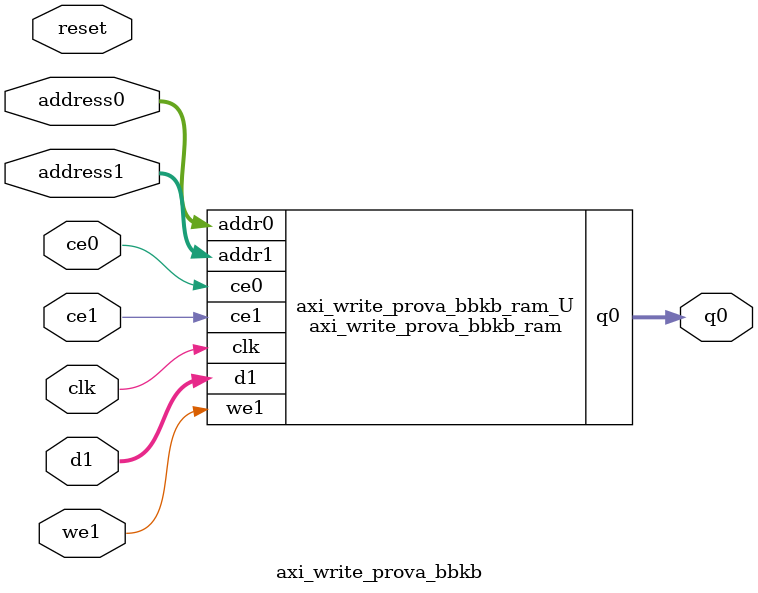
<source format=v>

`timescale 1 ns / 1 ps
module axi_write_prova_bbkb_ram (addr0, ce0, q0, addr1, ce1, d1, we1,  clk);

parameter DWIDTH = 64;
parameter AWIDTH = 9;
parameter MEM_SIZE = 512;

input[AWIDTH-1:0] addr0;
input ce0;
output reg[DWIDTH-1:0] q0;
input[AWIDTH-1:0] addr1;
input ce1;
input[DWIDTH-1:0] d1;
input we1;
input clk;

(* ram_style = "block" *)reg [DWIDTH-1:0] ram[0:MEM_SIZE-1];




always @(posedge clk)  
begin 
    if (ce0) 
    begin
            q0 <= ram[addr0];
    end
end


always @(posedge clk)  
begin 
    if (ce1) 
    begin
        if (we1) 
        begin 
            ram[addr1] <= d1; 
        end 
    end
end


endmodule


`timescale 1 ns / 1 ps
module axi_write_prova_bbkb(
    reset,
    clk,
    address0,
    ce0,
    q0,
    address1,
    ce1,
    we1,
    d1);

parameter DataWidth = 32'd64;
parameter AddressRange = 32'd512;
parameter AddressWidth = 32'd9;
input reset;
input clk;
input[AddressWidth - 1:0] address0;
input ce0;
output[DataWidth - 1:0] q0;
input[AddressWidth - 1:0] address1;
input ce1;
input we1;
input[DataWidth - 1:0] d1;



axi_write_prova_bbkb_ram axi_write_prova_bbkb_ram_U(
    .clk( clk ),
    .addr0( address0 ),
    .ce0( ce0 ),
    .q0( q0 ),
    .addr1( address1 ),
    .ce1( ce1 ),
    .d1( d1 ),
    .we1( we1 ));

endmodule


</source>
